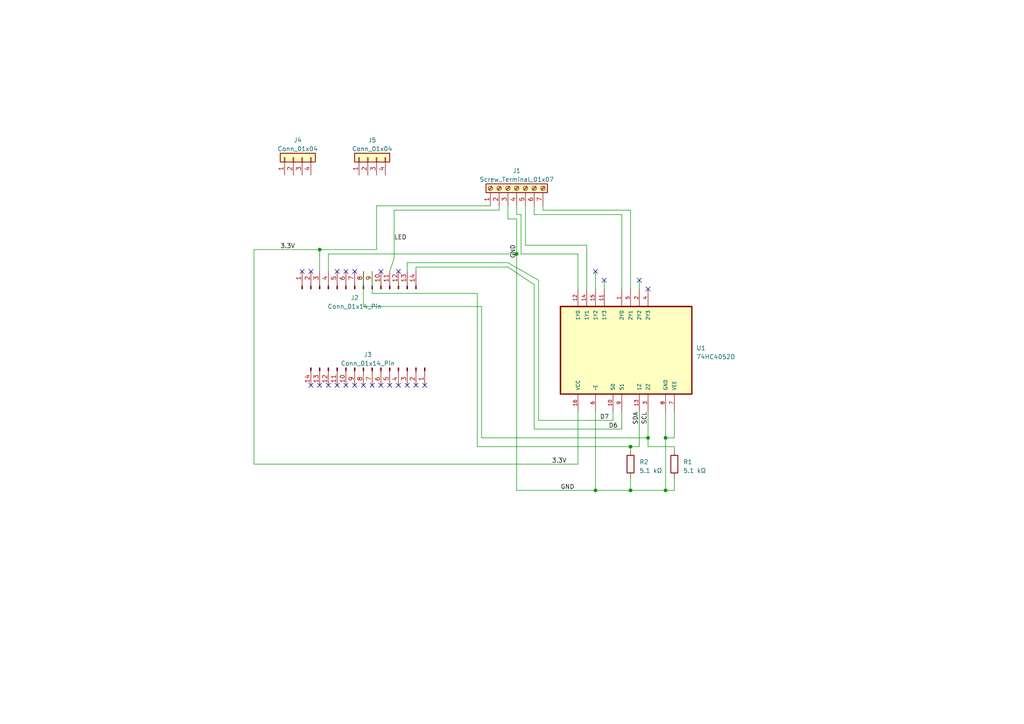
<source format=kicad_sch>
(kicad_sch (version 20230121) (generator eeschema)
  (paper "A4")
  (title_block (title "Turbidity Sensor PCB") (date "2023-06-28") (rev "7") (company "AU/AUD"))
  (lib_symbols
    (symbol "Conn_01x14_Pin_1" (pin_names (offset 1.016) hide)
      (property "Reference" "J2" (at -2.54 0 90))
      (property "Value" "Conn_01x14_Pin" (at -5.08 0 90))
      (symbol "Conn_01x14_Pin_1_1_1"
        (polyline (pts (xy 1.27 -17.78) (xy 0.8636 -17.78)) (stroke (width 0.1524)))
        (polyline (pts (xy 1.27 -15.24) (xy 0.8636 -15.24)) (stroke (width 0.1524)))
        (polyline (pts (xy 1.27 -12.7) (xy 0.8636 -12.7)) (stroke (width 0.1524)))
        (polyline (pts (xy 1.27 -10.16) (xy 0.8636 -10.16)) (stroke (width 0.1524)))
        (polyline (pts (xy 1.27 -7.62) (xy 0.8636 -7.62)) (stroke (width 0.1524)))
        (polyline (pts (xy 1.27 -5.08) (xy 0.8636 -5.08)) (stroke (width 0.1524)))
        (polyline (pts (xy 1.27 -2.54) (xy 0.8636 -2.54)) (stroke (width 0.1524)))
        (polyline (pts (xy 1.27 0) (xy 0.8636 0)) (stroke (width 0.1524)))
        (polyline (pts (xy 1.27 2.54) (xy 0.8636 2.54)) (stroke (width 0.1524)))
        (polyline (pts (xy 1.27 5.08) (xy 0.8636 5.08)) (stroke (width 0.1524)))
        (polyline (pts (xy 1.27 7.62) (xy 0.8636 7.62)) (stroke (width 0.1524)))
        (polyline (pts (xy 1.27 10.16) (xy 0.8636 10.16)) (stroke (width 0.1524)))
        (polyline (pts (xy 1.27 12.7) (xy 0.8636 12.7)) (stroke (width 0.1524)))
        (polyline (pts (xy 1.27 15.24) (xy 0.8636 15.24)) (stroke (width 0.1524)))
        (rectangle (start 0.8636 -17.653) (end 0 -17.907) (stroke (width 0.1524)) (fill (type outline)))
        (rectangle (start 0.8636 -15.113) (end 0 -15.367) (stroke (width 0.1524)) (fill (type outline)))
        (rectangle (start 0.8636 -12.573) (end 0 -12.827) (stroke (width 0.1524)) (fill (type outline)))
        (rectangle (start 0.8636 -10.033) (end 0 -10.287) (stroke (width 0.1524)) (fill (type outline)))
        (rectangle (start 0.8636 -7.493) (end 0 -7.747) (stroke (width 0.1524)) (fill (type outline)))
        (rectangle (start 0.8636 -4.953) (end 0 -5.207) (stroke (width 0.1524)) (fill (type outline)))
        (rectangle (start 0.8636 -2.413) (end 0 -2.667) (stroke (width 0.1524)) (fill (type outline)))
        (rectangle (start 0.8636 0.127) (end 0 -0.127) (stroke (width 0.1524)) (fill (type outline)))
        (rectangle (start 0.8636 2.667) (end 0 2.413) (stroke (width 0.1524)) (fill (type outline)))
        (rectangle (start 0.8636 5.207) (end 0 4.953) (stroke (width 0.1524)) (fill (type outline)))
        (rectangle (start 0.8636 7.747) (end 0 7.493) (stroke (width 0.1524)) (fill (type outline)))
        (rectangle (start 0.8636 10.287) (end 0 10.033) (stroke (width 0.1524)) (fill (type outline)))
        (rectangle (start 0.8636 12.827) (end 0 12.573) (stroke (width 0.1524)) (fill (type outline)))
        (rectangle (start 0.8636 15.367) (end 0 15.113) (stroke (width 0.1524)) (fill (type outline)))
        (pin passive line (at 5.08 15.24 180) (length 3.81) (name "Pin_1") (number "1"))
        (pin passive line (at 5.08 -7.62 180) (length 3.81) (name "Pin_10") (number "10"))
        (pin passive line (at 5.08 -10.16 180) (length 3.81) (name "Pin_11") (number "11"))
        (pin passive line (at 5.08 -12.7 180) (length 3.81) (name "Pin_12") (number "12"))
        (pin passive line (at 5.08 -15.24 180) (length 3.81) (name "Pin_13") (number "13"))
        (pin passive line (at 5.08 -17.78 180) (length 3.81) (name "Pin_14") (number "14"))
        (pin passive line (at 5.08 12.7 180) (length 3.81) (name "Pin_2") (number "2"))
        (pin power_out line (at 5.08 10.16 180) (length 3.81) (name "Pin_3") (number "3"))
        (pin passive line (at 5.08 7.62 180) (length 3.81) (name "Pin_4") (number "4"))
        (pin passive line (at 5.08 5.08 180) (length 3.81) (name "Pin_5") (number "5"))
        (pin passive line (at 5.08 2.54 180) (length 3.81) (name "Pin_6") (number "6"))
        (pin passive line (at 5.08 0 180) (length 3.81) (name "Pin_7") (number "7"))
        (pin passive line (at 5.08 -2.54 180) (length 3.81) (name "Pin_8") (number "8"))
        (pin passive line (at 5.08 -5.08 180) (length 3.81) (name "Pin_9") (number "9"))
      )
    )
    (symbol "Connector:Conn_01x14_Pin" (pin_names (offset 1.016) hide)
      (property "Reference" "J" (at 0 17.78 0))
      (property "Value" "Conn_01x14_Pin" (at 0 -20.32 0))
      (symbol "Conn_01x14_Pin_1_1"
        (polyline (pts (xy 1.27 -17.78) (xy 0.8636 -17.78)) (stroke (width 0.1524)))
        (polyline (pts (xy 1.27 -15.24) (xy 0.8636 -15.24)) (stroke (width 0.1524)))
        (polyline (pts (xy 1.27 -12.7) (xy 0.8636 -12.7)) (stroke (width 0.1524)))
        (polyline (pts (xy 1.27 -10.16) (xy 0.8636 -10.16)) (stroke (width 0.1524)))
        (polyline (pts (xy 1.27 -7.62) (xy 0.8636 -7.62)) (stroke (width 0.1524)))
        (polyline (pts (xy 1.27 -5.08) (xy 0.8636 -5.08)) (stroke (width 0.1524)))
        (polyline (pts (xy 1.27 -2.54) (xy 0.8636 -2.54)) (stroke (width 0.1524)))
        (polyline (pts (xy 1.27 0) (xy 0.8636 0)) (stroke (width 0.1524)))
        (polyline (pts (xy 1.27 2.54) (xy 0.8636 2.54)) (stroke (width 0.1524)))
        (polyline (pts (xy 1.27 5.08) (xy 0.8636 5.08)) (stroke (width 0.1524)))
        (polyline (pts (xy 1.27 7.62) (xy 0.8636 7.62)) (stroke (width 0.1524)))
        (polyline (pts (xy 1.27 10.16) (xy 0.8636 10.16)) (stroke (width 0.1524)))
        (polyline (pts (xy 1.27 12.7) (xy 0.8636 12.7)) (stroke (width 0.1524)))
        (polyline (pts (xy 1.27 15.24) (xy 0.8636 15.24)) (stroke (width 0.1524)))
        (rectangle (start 0.8636 -17.653) (end 0 -17.907) (stroke (width 0.1524)) (fill (type outline)))
        (rectangle (start 0.8636 -15.113) (end 0 -15.367) (stroke (width 0.1524)) (fill (type outline)))
        (rectangle (start 0.8636 -12.573) (end 0 -12.827) (stroke (width 0.1524)) (fill (type outline)))
        (rectangle (start 0.8636 -10.033) (end 0 -10.287) (stroke (width 0.1524)) (fill (type outline)))
        (rectangle (start 0.8636 -7.493) (end 0 -7.747) (stroke (width 0.1524)) (fill (type outline)))
        (rectangle (start 0.8636 -4.953) (end 0 -5.207) (stroke (width 0.1524)) (fill (type outline)))
        (rectangle (start 0.8636 -2.413) (end 0 -2.667) (stroke (width 0.1524)) (fill (type outline)))
        (rectangle (start 0.8636 0.127) (end 0 -0.127) (stroke (width 0.1524)) (fill (type outline)))
        (rectangle (start 0.8636 2.667) (end 0 2.413) (stroke (width 0.1524)) (fill (type outline)))
        (rectangle (start 0.8636 5.207) (end 0 4.953) (stroke (width 0.1524)) (fill (type outline)))
        (rectangle (start 0.8636 7.747) (end 0 7.493) (stroke (width 0.1524)) (fill (type outline)))
        (rectangle (start 0.8636 10.287) (end 0 10.033) (stroke (width 0.1524)) (fill (type outline)))
        (rectangle (start 0.8636 12.827) (end 0 12.573) (stroke (width 0.1524)) (fill (type outline)))
        (rectangle (start 0.8636 15.367) (end 0 15.113) (stroke (width 0.1524)) (fill (type outline)))
        (pin passive line (at 5.08 15.24 180) (length 3.81) (name "Pin_1") (number "1"))
        (pin passive line (at 5.08 -7.62 180) (length 3.81) (name "Pin_10") (number "10"))
        (pin passive line (at 5.08 -10.16 180) (length 3.81) (name "Pin_11") (number "11"))
        (pin passive line (at 5.08 -12.7 180) (length 3.81) (name "Pin_12") (number "12"))
        (pin passive line (at 5.08 -15.24 180) (length 3.81) (name "Pin_13") (number "13"))
        (pin passive line (at 5.08 -17.78 180) (length 3.81) (name "Pin_14") (number "14"))
        (pin passive line (at 5.08 12.7 180) (length 3.81) (name "Pin_2") (number "2"))
        (pin passive line (at 5.08 10.16 180) (length 3.81) (name "Pin_3") (number "3"))
        (pin passive line (at 5.08 7.62 180) (length 3.81) (name "Pin_4") (number "4"))
        (pin passive line (at 5.08 5.08 180) (length 3.81) (name "Pin_5") (number "5"))
        (pin passive line (at 5.08 2.54 180) (length 3.81) (name "Pin_6") (number "6"))
        (pin passive line (at 5.08 0 180) (length 3.81) (name "Pin_7") (number "7"))
        (pin passive line (at 5.08 -2.54 180) (length 3.81) (name "Pin_8") (number "8"))
        (pin passive line (at 5.08 -5.08 180) (length 3.81) (name "Pin_9") (number "9"))
      )
    )
    (symbol "Connector:Screw_Terminal_01x07" (pin_names (offset 1.016) hide)
      (property "Reference" "J" (at 0 10.16 0))
      (property "Value" "Screw_Terminal_01x07" (at 0 -10.16 0))
      (symbol "Screw_Terminal_01x07_1_1"
        (rectangle (start -1.27 8.89) (end 1.27 -8.89) (stroke (width 0.254)) (fill (type background)))
        (circle (center 0 -7.62) (radius 0.635) (stroke (width 0.1524)))
        (circle (center 0 -5.08) (radius 0.635) (stroke (width 0.1524)))
        (circle (center 0 -2.54) (radius 0.635) (stroke (width 0.1524)))
        (polyline (pts (xy -0.5334 -7.2898) (xy 0.3302 -8.128)) (stroke (width 0.1524)))
        (polyline (pts (xy -0.5334 -4.7498) (xy 0.3302 -5.588)) (stroke (width 0.1524)))
        (polyline (pts (xy -0.5334 -2.2098) (xy 0.3302 -3.048)) (stroke (width 0.1524)))
        (polyline (pts (xy -0.5334 0.3302) (xy 0.3302 -0.508)) (stroke (width 0.1524)))
        (polyline (pts (xy -0.5334 2.8702) (xy 0.3302 2.032)) (stroke (width 0.1524)))
        (polyline (pts (xy -0.5334 5.4102) (xy 0.3302 4.572)) (stroke (width 0.1524)))
        (polyline (pts (xy -0.5334 7.9502) (xy 0.3302 7.112)) (stroke (width 0.1524)))
        (polyline (pts (xy -0.3556 -7.112) (xy 0.508 -7.9502)) (stroke (width 0.1524)))
        (polyline (pts (xy -0.3556 -4.572) (xy 0.508 -5.4102)) (stroke (width 0.1524)))
        (polyline (pts (xy -0.3556 -2.032) (xy 0.508 -2.8702)) (stroke (width 0.1524)))
        (polyline (pts (xy -0.3556 0.508) (xy 0.508 -0.3302)) (stroke (width 0.1524)))
        (polyline (pts (xy -0.3556 3.048) (xy 0.508 2.2098)) (stroke (width 0.1524)))
        (polyline (pts (xy -0.3556 5.588) (xy 0.508 4.7498)) (stroke (width 0.1524)))
        (polyline (pts (xy -0.3556 8.128) (xy 0.508 7.2898)) (stroke (width 0.1524)))
        (circle (center 0 0) (radius 0.635) (stroke (width 0.1524)))
        (circle (center 0 2.54) (radius 0.635) (stroke (width 0.1524)))
        (circle (center 0 5.08) (radius 0.635) (stroke (width 0.1524)))
        (circle (center 0 7.62) (radius 0.635) (stroke (width 0.1524)))
        (pin passive line (at -5.08 7.62 0) (length 3.81) (name "Pin_1") (number "1"))
        (pin passive line (at -5.08 5.08 0) (length 3.81) (name "Pin_2") (number "2"))
        (pin passive line (at -5.08 2.54 0) (length 3.81) (name "Pin_3") (number "3"))
        (pin passive line (at -5.08 0 0) (length 3.81) (name "Pin_4") (number "4"))
        (pin passive line (at -5.08 -2.54 0) (length 3.81) (name "Pin_5") (number "5"))
        (pin passive line (at -5.08 -5.08 0) (length 3.81) (name "Pin_6") (number "6"))
        (pin passive line (at -5.08 -7.62 0) (length 3.81) (name "Pin_7") (number "7"))
      )
    )
    (symbol "Connector_Generic:Conn_01x04" (pin_names (offset 1.016) hide)
      (property "Reference" "J" (at 0 5.08 0))
      (property "Value" "Conn_01x04" (at 0 -7.62 0))
      (symbol "Conn_01x04_1_1"
        (rectangle (start -1.27 -4.953) (end 0 -5.207) (stroke (width 0.1524)))
        (rectangle (start -1.27 -2.413) (end 0 -2.667) (stroke (width 0.1524)))
        (rectangle (start -1.27 0.127) (end 0 -0.127) (stroke (width 0.1524)))
        (rectangle (start -1.27 2.667) (end 0 2.413) (stroke (width 0.1524)))
        (rectangle (start -1.27 3.81) (end 1.27 -6.35) (stroke (width 0.254)) (fill (type background)))
        (pin passive line (at -5.08 2.54 0) (length 3.81) (name "Pin_1") (number "1"))
        (pin passive line (at -5.08 0 0) (length 3.81) (name "Pin_2") (number "2"))
        (pin passive line (at -5.08 -2.54 0) (length 3.81) (name "Pin_3") (number "3"))
        (pin passive line (at -5.08 -5.08 0) (length 3.81) (name "Pin_4") (number "4"))
      )
    )
    (symbol "Device:R" (pin_numbers hide) (pin_names (offset 0))
      (property "Reference" "R" (at 2.032 0 90))
      (property "Value" "R" (at 0 0 90))
      (symbol "R_0_1"
        (rectangle (start -1.016 -2.54) (end 1.016 2.54) (stroke (width 0.254)))
      )
      (symbol "R_1_1"
        (pin passive line (at 0 3.81 270) (length 1.27) (name "~") (number "1"))
        (pin passive line (at 0 -3.81 90) (length 1.27) (name "~") (number "2"))
      )
    )
    (symbol "ProjectSymbols:74HC4052D" (pin_names (offset 1.016))
      (property "Reference" "U" (at -4.8031 18.0944 0))
      (property "Value" "74HC4052D" (at -4.1929 -27.4701 0))
      (symbol "74HC4052D_0_0"
        (rectangle (start -12.7 -22.86) (end 12.7 15.24) (stroke (width 0.4064)) (fill (type background)))
        (pin bidirectional line (at 17.78 -2.54 180) (length 5.08) (name "2Y0") (number "1"))
        (pin input line (at -17.78 0 0) (length 5.08) (name "S0") (number "10"))
        (pin bidirectional line (at 17.78 2.54 180) (length 5.08) (name "1Y3") (number "11"))
        (pin bidirectional line (at 17.78 10.16 180) (length 5.08) (name "1Y0") (number "12"))
        (pin bidirectional line (at -17.78 -7.62 0) (length 5.08) (name "1Z") (number "13"))
        (pin bidirectional line (at 17.78 7.62 180) (length 5.08) (name "1Y1") (number "14"))
        (pin bidirectional line (at 17.78 5.08 180) (length 5.08) (name "1Y2") (number "15"))
        (pin power_in line (at -17.78 10.16 0) (length 5.08) (name "VCC") (number "16"))
        (pin bidirectional line (at 17.78 -7.62 180) (length 5.08) (name "2Y2") (number "2"))
        (pin bidirectional line (at -17.78 -10.16 0) (length 5.08) (name "2Z") (number "3"))
        (pin bidirectional line (at 17.78 -10.16 180) (length 5.08) (name "2Y3") (number "4"))
        (pin bidirectional line (at 17.78 -5.08 180) (length 5.08) (name "2Y1") (number "5"))
        (pin input line (at -17.78 5.08 0) (length 5.08) (name "~E") (number "6"))
        (pin passive line (at -17.78 -15.24 0) (length 5.08) (name "GND") (number "8"))
        (pin input line (at -17.78 -2.54 0) (length 5.08) (name "S1") (number "9"))
      )
      (symbol "74HC4052D_1_0"
        (pin input line (at -17.78 -17.78 0) (length 5.08) (name "VEE") (number "7"))
      )
    )
  )
  (junction (at 193.04 142.24))
  (junction (at 182.88 142.24))
  (junction (at 182.88 129.54))
  (junction (at 172.72 142.24))
  (junction (at 187.96 127))
  (junction (at 193.04 127))
  (junction (at 149.86 73.66))
  (junction (at 92.71 72.39))
  (no_connect (at 118.11 111.76))
  (no_connect (at 90.17 78.74))
  (no_connect (at 92.71 111.76))
  (no_connect (at 115.57 78.74))
  (no_connect (at 105.41 111.76))
  (no_connect (at 97.79 78.74))
  (no_connect (at 113.03 111.76))
  (no_connect (at 110.49 111.76))
  (no_connect (at 172.72 78.74))
  (no_connect (at 90.17 111.76))
  (no_connect (at 175.26 81.28))
  (no_connect (at 102.87 78.74))
  (no_connect (at 95.25 111.76))
  (no_connect (at 97.79 111.76))
  (no_connect (at 100.33 111.76))
  (no_connect (at 120.65 111.76))
  (no_connect (at 87.63 78.74))
  (no_connect (at 100.33 78.74))
  (no_connect (at 187.96 83.82))
  (no_connect (at 115.57 111.76))
  (no_connect (at 185.42 81.28))
  (no_connect (at 110.49 78.74))
  (no_connect (at 107.95 111.76))
  (no_connect (at 123.19 111.76))
  (no_connect (at 102.87 111.76))
  (wire (pts (xy 182.88 60.96) (xy 182.88 83.82)))
  (wire (pts (xy 149.86 63.5) (xy 147.32 63.5)))
  (wire (pts (xy 109.22 59.69) (xy 142.24 59.69)))
  (wire (pts (xy 152.4 71.12) (xy 152.4 59.69)))
  (wire (pts (xy 114.3 74.93) (xy 113.03 78.74)))
  (wire (pts (xy 182.88 142.24) (xy 193.04 142.24)))
  (wire (pts (xy 177.8 119.38) (xy 177.8 121.92)))
  (wire (pts (xy 73.66 134.62) (xy 167.64 134.62)))
  (wire (pts (xy 195.58 127) (xy 193.04 127)))
  (wire (pts (xy 92.71 72.39) (xy 109.22 72.39)))
  (wire (pts (xy 180.34 62.23) (xy 154.94 62.23)))
  (wire (pts (xy 114.3 74.93) (xy 114.3 60.96)))
  (wire (pts (xy 172.72 142.24) (xy 182.88 142.24)))
  (wire (pts (xy 180.34 124.46) (xy 154.94 124.46)))
  (wire (pts (xy 147.32 63.5) (xy 147.32 59.69)))
  (wire (pts (xy 187.96 119.38) (xy 187.96 127)))
  (wire (pts (xy 172.72 119.38) (xy 172.72 142.24)))
  (wire (pts (xy 172.72 78.74) (xy 172.72 83.82)))
  (wire (pts (xy 185.42 81.28) (xy 185.42 83.82)))
  (wire (pts (xy 177.8 121.92) (xy 156.21 121.92)))
  (wire (pts (xy 118.11 76.2) (xy 118.11 78.74)))
  (wire (pts (xy 92.71 78.74) (xy 92.71 72.39)))
  (wire (pts (xy 193.04 142.24) (xy 195.58 142.24)))
  (wire (pts (xy 193.04 127) (xy 193.04 142.24)))
  (wire (pts (xy 157.48 60.96) (xy 157.48 59.69)))
  (wire (pts (xy 195.58 129.54) (xy 195.58 130.81)))
  (wire (pts (xy 170.18 83.82) (xy 170.18 71.12)))
  (wire (pts (xy 73.66 72.39) (xy 92.71 72.39)))
  (wire (pts (xy 187.96 127) (xy 187.96 129.54)))
  (wire (pts (xy 182.88 129.54) (xy 182.88 130.81)))
  (wire (pts (xy 154.94 124.46) (xy 154.94 82.55)))
  (wire (pts (xy 139.7 127) (xy 187.96 127)))
  (wire (pts (xy 154.94 82.55) (xy 147.32 77.47)))
  (wire (pts (xy 151.13 73.66) (xy 167.64 73.66)))
  (wire (pts (xy 149.86 142.24) (xy 172.72 142.24)))
  (wire (pts (xy 105.41 88.9) (xy 139.7 88.9)))
  (wire (pts (xy 156.21 121.92) (xy 156.21 81.28)))
  (wire (pts (xy 195.58 138.43) (xy 195.58 142.24)))
  (wire (pts (xy 138.43 129.54) (xy 182.88 129.54)))
  (wire (pts (xy 180.34 119.38) (xy 180.34 124.46)))
  (wire (pts (xy 180.34 62.23) (xy 180.34 83.82)))
  (wire (pts (xy 167.64 83.82) (xy 167.64 73.66)))
  (wire (pts (xy 114.3 60.96) (xy 144.78 60.96)))
  (wire (pts (xy 144.78 60.96) (xy 144.78 59.69)))
  (wire (pts (xy 95.25 78.74) (xy 95.25 73.66)))
  (wire (pts (xy 182.88 138.43) (xy 182.88 142.24)))
  (wire (pts (xy 139.7 127) (xy 139.7 88.9)))
  (wire (pts (xy 73.66 72.39) (xy 73.66 134.62)))
  (wire (pts (xy 109.22 59.69) (xy 109.22 72.39)))
  (wire (pts (xy 107.95 85.09) (xy 107.95 78.74)))
  (wire (pts (xy 156.21 81.28) (xy 147.32 76.2)))
  (wire (pts (xy 185.42 129.54) (xy 182.88 129.54)))
  (wire (pts (xy 182.88 60.96) (xy 157.48 60.96)))
  (wire (pts (xy 138.43 129.54) (xy 138.43 85.09)))
  (wire (pts (xy 149.86 62.23) (xy 149.86 59.69)))
  (wire (pts (xy 167.64 134.62) (xy 167.64 119.38)))
  (wire (pts (xy 149.86 73.66) (xy 149.86 142.24)))
  (wire (pts (xy 151.13 73.66) (xy 151.13 62.23)))
  (wire (pts (xy 195.58 119.38) (xy 195.58 127)))
  (wire (pts (xy 193.04 119.38) (xy 193.04 127)))
  (wire (pts (xy 95.25 73.66) (xy 149.86 73.66)))
  (wire (pts (xy 185.42 119.38) (xy 185.42 129.54)))
  (wire (pts (xy 151.13 62.23) (xy 149.86 62.23)))
  (wire (pts (xy 154.94 62.23) (xy 154.94 59.69)))
  (wire (pts (xy 149.86 63.5) (xy 149.86 73.66)))
  (wire (pts (xy 105.41 78.74) (xy 105.41 88.9)))
  (wire (pts (xy 187.96 129.54) (xy 195.58 129.54)))
  (wire (pts (xy 147.32 76.2) (xy 118.11 76.2)))
  (wire (pts (xy 138.43 85.09) (xy 107.95 85.09)))
  (wire (pts (xy 152.4 71.12) (xy 170.18 71.12)))
  (wire (pts (xy 175.26 81.28) (xy 175.26 83.82)))
  (wire (pts (xy 120.65 77.47) (xy 120.65 78.74)))
  (wire (pts (xy 147.32 77.47) (xy 120.65 77.47)))
  (label "SCL" (at 187.96 119.38 270))
  (label "3.3V" (at 160.02 134.62 0))
  (label "LED" (at 114.3 69.85 0))
  (label "D7" (at 173.99 121.92 0))
  (label "GND" (at 162.56 142.24 0))
  (label "3.3V" (at 81.28 72.39 0))
  (label "D6" (at 176.53 124.46 0))
  (label "GND" (at 149.86 74.93 90))
  (label "SDA" (at 185.42 119.38 270))
  (symbol (lib_id "Device:R") (at 182.88 134.62 0) (unit 1)
    (property "Reference" "R2" (at 185.42 133.985 0) (effects (justify left)))
    (property "Value" "5.1 kΩ" (at 185.42 136.525 0) (effects (justify left)))
    (property "Footprint" "Resistor_SMD:R_0805_2012Metric_Pad1.20x1.40mm_HandSolder" (effects hide))
  )
  (symbol (lib_name "Conn_01x14_Pin_1") (lib_id "Connector:Conn_01x14_Pin") (at 102.87 83.82 90) (unit 1)
    (property "Reference" "J2" (at 102.87 86.36 90))
    (property "Value" "Conn_01x14_Pin" (at 102.87 88.9 90))
    (property "Footprint" "Connector_PinSocket_2.54mm:PinSocket_1x14_P2.54mm_Vertical" (effects hide))
  )
  (symbol (lib_id "Device:R") (at 195.58 134.62 0) (unit 1)
    (property "Reference" "R1" (at 198.12 133.985 0) (effects (justify left)))
    (property "Value" "5.1 kΩ" (at 198.12 136.525 0) (effects (justify left)))
    (property "Footprint" "Resistor_SMD:R_0805_2012Metric_Pad1.20x1.40mm_HandSolder" (effects hide))
  )
  (symbol (lib_id "Connector:Screw_Terminal_01x07") (at 149.86 54.61 90) (unit 1)
    (property "Reference" "J1" (at 149.86 49.53 90))
    (property "Value" "Screw_Terminal_01x07" (at 149.86 52.07 90))
    (property "Footprint" "TerminalBlock_4Ucon:TerminalBlock_4Ucon_1x07_P3.50mm_Vertical" (effects hide))
  )
  (symbol (lib_id "ProjectSymbols:74HC4052D") (at 177.8 101.6 90) (unit 1)
    (property "Reference" "U1" (at 201.93 100.965 90) (effects (justify right)))
    (property "Value" "74HC4052D" (at 201.93 103.505 90) (effects (justify right)))
    (property "Footprint" "Project:74HC4052D" (effects hide))
    (property "MPN" "74HC4052D" (effects hide))
    (property "SUPPLIER" "NXP" (effects hide))
    (property "OC_NEWARK" "-" (effects hide))
    (property "OC_FARNELL" "1201328" (effects hide))
    (property "PACKAGE" "SOIC-16" (effects hide))
  )
  (symbol (lib_id "Connector_Generic:Conn_01x04") (at 106.68 45.72 90) (unit 1)
    (property "Reference" "J5" (at 107.95 40.64 90))
    (property "Value" "Conn_01x04" (at 107.95 43.18 90))
    (property "Footprint" "Connector_JST:JST_EH_S4B-EH_1x04_P2.50mm_Horizontal" (effects hide))
  )
  (symbol (lib_id "Connector:Conn_01x14_Pin") (at 107.95 106.68 270) (unit 1)
    (property "Reference" "J3" (at 106.68 102.87 90))
    (property "Value" "Conn_01x14_Pin" (at 106.68 105.41 90))
    (property "Footprint" "Connector_PinSocket_2.54mm:PinSocket_1x14_P2.54mm_Vertical" (effects hide))
  )
  (symbol (lib_id "Connector_Generic:Conn_01x04") (at 85.09 45.72 90) (unit 1)
    (property "Reference" "J4" (at 86.36 40.64 90))
    (property "Value" "Conn_01x04" (at 86.36 43.18 90))
    (property "Footprint" "Connector_JST:JST_EH_S4B-EH_1x04_P2.50mm_Horizontal" (effects hide))
  )
)
</source>
